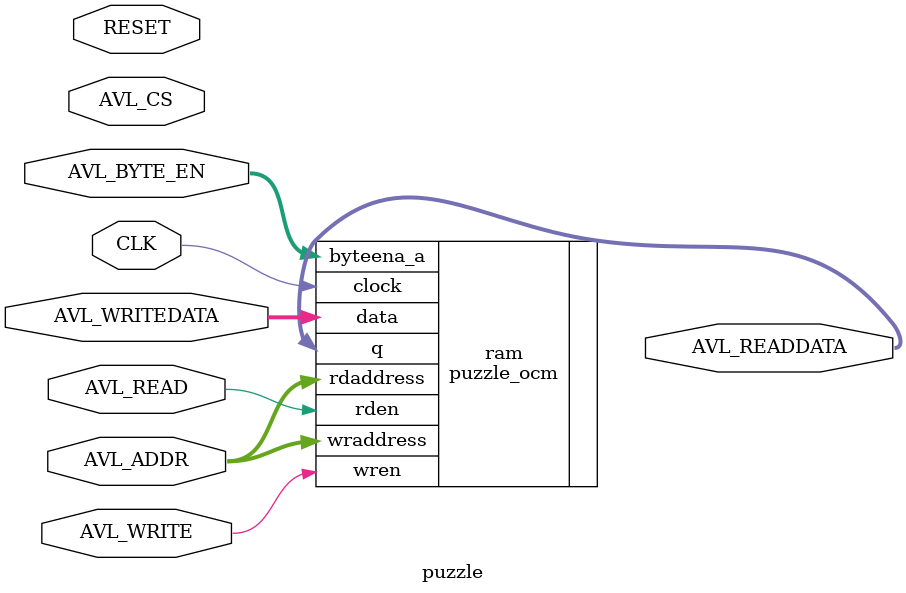
<source format=sv>
module puzzle(input CLK, input RESET,
              input [12:0] AVL_ADDR,
              input [3:0] AVL_BYTE_EN,
              input AVL_CS,
              input AVL_READ,
              input AVL_WRITE,
              output [31:0] AVL_READDATA,
              input [31:0] AVL_WRITEDATA);

// module test (
// 	address_a,
// 	address_b,
// 	byteena_a,
// 	byteena_b,
// 	clock,
// 	data_a,
// 	data_b,
// 	rden_a,
// 	rden_b,
// 	wren_a,
// 	wren_b,
// 	q_a,
// 	q_b);

// input	[3:0]  byteena_a;
// input	  clock;
// input	[31:0]  data;
// input	[12:0]  rdaddress;
// input	  rden;
// input	[12:0]  wraddress;
// input	  wren;
// output	[31:0]  q;

puzzle_ocm ram(.byteena_a(AVL_BYTE_EN),
               .clock(CLK),
               .data(AVL_WRITEDATA),
               .rdaddress(AVL_ADDR),
               .rden(AVL_READ),
               .wraddress(AVL_ADDR),
               .wren(AVL_WRITE),
               .q(AVL_READDATA));

endmodule
</source>
